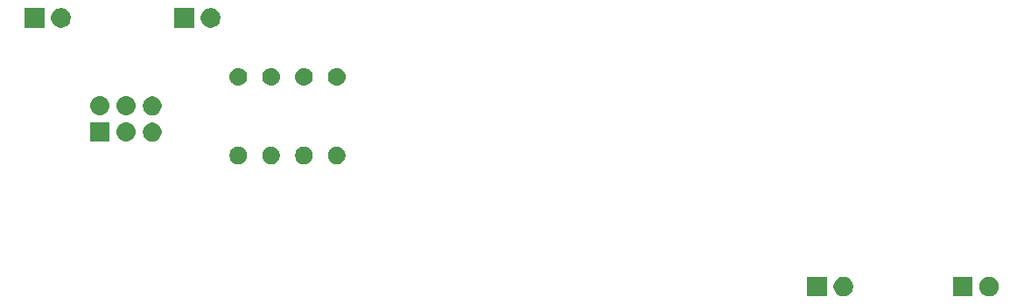
<source format=gbr>
G04 #@! TF.GenerationSoftware,KiCad,Pcbnew,(5.1.2)-1*
G04 #@! TF.CreationDate,2019-06-29T13:34:35-04:00*
G04 #@! TF.ProjectId,linecon27,6c696e65-636f-46e3-9237-2e6b69636164,rev?*
G04 #@! TF.SameCoordinates,Original*
G04 #@! TF.FileFunction,Soldermask,Bot*
G04 #@! TF.FilePolarity,Negative*
%FSLAX46Y46*%
G04 Gerber Fmt 4.6, Leading zero omitted, Abs format (unit mm)*
G04 Created by KiCad (PCBNEW (5.1.2)-1) date 2019-06-29 13:34:35*
%MOMM*%
%LPD*%
G04 APERTURE LIST*
%ADD10C,0.100000*%
G04 APERTURE END LIST*
D10*
G36*
X209954395Y-115036546D02*
G01*
X210127466Y-115108234D01*
X210127467Y-115108235D01*
X210283227Y-115212310D01*
X210415690Y-115344773D01*
X210415691Y-115344775D01*
X210519766Y-115500534D01*
X210591454Y-115673605D01*
X210628000Y-115857333D01*
X210628000Y-116044667D01*
X210591454Y-116228395D01*
X210519766Y-116401466D01*
X210519765Y-116401467D01*
X210415690Y-116557227D01*
X210283227Y-116689690D01*
X210204818Y-116742081D01*
X210127466Y-116793766D01*
X209954395Y-116865454D01*
X209770667Y-116902000D01*
X209583333Y-116902000D01*
X209399605Y-116865454D01*
X209226534Y-116793766D01*
X209149182Y-116742081D01*
X209070773Y-116689690D01*
X208938310Y-116557227D01*
X208834235Y-116401467D01*
X208834234Y-116401466D01*
X208762546Y-116228395D01*
X208726000Y-116044667D01*
X208726000Y-115857333D01*
X208762546Y-115673605D01*
X208834234Y-115500534D01*
X208938309Y-115344775D01*
X208938310Y-115344773D01*
X209070773Y-115212310D01*
X209226533Y-115108235D01*
X209226534Y-115108234D01*
X209399605Y-115036546D01*
X209583333Y-115000000D01*
X209770667Y-115000000D01*
X209954395Y-115036546D01*
X209954395Y-115036546D01*
G37*
G36*
X208088000Y-116902000D02*
G01*
X206186000Y-116902000D01*
X206186000Y-115000000D01*
X208088000Y-115000000D01*
X208088000Y-116902000D01*
X208088000Y-116902000D01*
G37*
G36*
X222185000Y-116902000D02*
G01*
X220283000Y-116902000D01*
X220283000Y-115000000D01*
X222185000Y-115000000D01*
X222185000Y-116902000D01*
X222185000Y-116902000D01*
G37*
G36*
X224051395Y-115036546D02*
G01*
X224224466Y-115108234D01*
X224224467Y-115108235D01*
X224380227Y-115212310D01*
X224512690Y-115344773D01*
X224512691Y-115344775D01*
X224616766Y-115500534D01*
X224688454Y-115673605D01*
X224725000Y-115857333D01*
X224725000Y-116044667D01*
X224688454Y-116228395D01*
X224616766Y-116401466D01*
X224616765Y-116401467D01*
X224512690Y-116557227D01*
X224380227Y-116689690D01*
X224301818Y-116742081D01*
X224224466Y-116793766D01*
X224051395Y-116865454D01*
X223867667Y-116902000D01*
X223680333Y-116902000D01*
X223496605Y-116865454D01*
X223323534Y-116793766D01*
X223246182Y-116742081D01*
X223167773Y-116689690D01*
X223035310Y-116557227D01*
X222931235Y-116401467D01*
X222931234Y-116401466D01*
X222859546Y-116228395D01*
X222823000Y-116044667D01*
X222823000Y-115857333D01*
X222859546Y-115673605D01*
X222931234Y-115500534D01*
X223035309Y-115344775D01*
X223035310Y-115344773D01*
X223167773Y-115212310D01*
X223323533Y-115108235D01*
X223323534Y-115108234D01*
X223496605Y-115036546D01*
X223680333Y-115000000D01*
X223867667Y-115000000D01*
X224051395Y-115036546D01*
X224051395Y-115036546D01*
G37*
G36*
X157728228Y-102432703D02*
G01*
X157883100Y-102496853D01*
X158022481Y-102589985D01*
X158141015Y-102708519D01*
X158234147Y-102847900D01*
X158298297Y-103002772D01*
X158331000Y-103167184D01*
X158331000Y-103334816D01*
X158298297Y-103499228D01*
X158234147Y-103654100D01*
X158141015Y-103793481D01*
X158022481Y-103912015D01*
X157883100Y-104005147D01*
X157728228Y-104069297D01*
X157563816Y-104102000D01*
X157396184Y-104102000D01*
X157231772Y-104069297D01*
X157076900Y-104005147D01*
X156937519Y-103912015D01*
X156818985Y-103793481D01*
X156725853Y-103654100D01*
X156661703Y-103499228D01*
X156629000Y-103334816D01*
X156629000Y-103167184D01*
X156661703Y-103002772D01*
X156725853Y-102847900D01*
X156818985Y-102708519D01*
X156937519Y-102589985D01*
X157076900Y-102496853D01*
X157231772Y-102432703D01*
X157396184Y-102400000D01*
X157563816Y-102400000D01*
X157728228Y-102432703D01*
X157728228Y-102432703D01*
G37*
G36*
X154553228Y-102432703D02*
G01*
X154708100Y-102496853D01*
X154847481Y-102589985D01*
X154966015Y-102708519D01*
X155059147Y-102847900D01*
X155123297Y-103002772D01*
X155156000Y-103167184D01*
X155156000Y-103334816D01*
X155123297Y-103499228D01*
X155059147Y-103654100D01*
X154966015Y-103793481D01*
X154847481Y-103912015D01*
X154708100Y-104005147D01*
X154553228Y-104069297D01*
X154388816Y-104102000D01*
X154221184Y-104102000D01*
X154056772Y-104069297D01*
X153901900Y-104005147D01*
X153762519Y-103912015D01*
X153643985Y-103793481D01*
X153550853Y-103654100D01*
X153486703Y-103499228D01*
X153454000Y-103334816D01*
X153454000Y-103167184D01*
X153486703Y-103002772D01*
X153550853Y-102847900D01*
X153643985Y-102708519D01*
X153762519Y-102589985D01*
X153901900Y-102496853D01*
X154056772Y-102432703D01*
X154221184Y-102400000D01*
X154388816Y-102400000D01*
X154553228Y-102432703D01*
X154553228Y-102432703D01*
G37*
G36*
X151378228Y-102432703D02*
G01*
X151533100Y-102496853D01*
X151672481Y-102589985D01*
X151791015Y-102708519D01*
X151884147Y-102847900D01*
X151948297Y-103002772D01*
X151981000Y-103167184D01*
X151981000Y-103334816D01*
X151948297Y-103499228D01*
X151884147Y-103654100D01*
X151791015Y-103793481D01*
X151672481Y-103912015D01*
X151533100Y-104005147D01*
X151378228Y-104069297D01*
X151213816Y-104102000D01*
X151046184Y-104102000D01*
X150881772Y-104069297D01*
X150726900Y-104005147D01*
X150587519Y-103912015D01*
X150468985Y-103793481D01*
X150375853Y-103654100D01*
X150311703Y-103499228D01*
X150279000Y-103334816D01*
X150279000Y-103167184D01*
X150311703Y-103002772D01*
X150375853Y-102847900D01*
X150468985Y-102708519D01*
X150587519Y-102589985D01*
X150726900Y-102496853D01*
X150881772Y-102432703D01*
X151046184Y-102400000D01*
X151213816Y-102400000D01*
X151378228Y-102432703D01*
X151378228Y-102432703D01*
G37*
G36*
X160903228Y-102432703D02*
G01*
X161058100Y-102496853D01*
X161197481Y-102589985D01*
X161316015Y-102708519D01*
X161409147Y-102847900D01*
X161473297Y-103002772D01*
X161506000Y-103167184D01*
X161506000Y-103334816D01*
X161473297Y-103499228D01*
X161409147Y-103654100D01*
X161316015Y-103793481D01*
X161197481Y-103912015D01*
X161058100Y-104005147D01*
X160903228Y-104069297D01*
X160738816Y-104102000D01*
X160571184Y-104102000D01*
X160406772Y-104069297D01*
X160251900Y-104005147D01*
X160112519Y-103912015D01*
X159993985Y-103793481D01*
X159900853Y-103654100D01*
X159836703Y-103499228D01*
X159804000Y-103334816D01*
X159804000Y-103167184D01*
X159836703Y-103002772D01*
X159900853Y-102847900D01*
X159993985Y-102708519D01*
X160112519Y-102589985D01*
X160251900Y-102496853D01*
X160406772Y-102432703D01*
X160571184Y-102400000D01*
X160738816Y-102400000D01*
X160903228Y-102432703D01*
X160903228Y-102432703D01*
G37*
G36*
X138642600Y-101899600D02*
G01*
X136813400Y-101899600D01*
X136813400Y-100070400D01*
X138642600Y-100070400D01*
X138642600Y-101899600D01*
X138642600Y-101899600D01*
G37*
G36*
X143074778Y-100105547D02*
G01*
X143241224Y-100174491D01*
X143391022Y-100274583D01*
X143518417Y-100401978D01*
X143618509Y-100551776D01*
X143687453Y-100718222D01*
X143722600Y-100894918D01*
X143722600Y-101075082D01*
X143687453Y-101251778D01*
X143618509Y-101418224D01*
X143518417Y-101568022D01*
X143391022Y-101695417D01*
X143241224Y-101795509D01*
X143074778Y-101864453D01*
X142898082Y-101899600D01*
X142717918Y-101899600D01*
X142541222Y-101864453D01*
X142374776Y-101795509D01*
X142224978Y-101695417D01*
X142097583Y-101568022D01*
X141997491Y-101418224D01*
X141928547Y-101251778D01*
X141893400Y-101075082D01*
X141893400Y-100894918D01*
X141928547Y-100718222D01*
X141997491Y-100551776D01*
X142097583Y-100401978D01*
X142224978Y-100274583D01*
X142374776Y-100174491D01*
X142541222Y-100105547D01*
X142717918Y-100070400D01*
X142898082Y-100070400D01*
X143074778Y-100105547D01*
X143074778Y-100105547D01*
G37*
G36*
X140447294Y-100083633D02*
G01*
X140619695Y-100135931D01*
X140778583Y-100220858D01*
X140917849Y-100335151D01*
X141032142Y-100474417D01*
X141117069Y-100633305D01*
X141169367Y-100805706D01*
X141187025Y-100985000D01*
X141169367Y-101164294D01*
X141117069Y-101336695D01*
X141032142Y-101495583D01*
X140917849Y-101634849D01*
X140778583Y-101749142D01*
X140619695Y-101834069D01*
X140447294Y-101886367D01*
X140312931Y-101899600D01*
X140223069Y-101899600D01*
X140088706Y-101886367D01*
X139916305Y-101834069D01*
X139757417Y-101749142D01*
X139618151Y-101634849D01*
X139503858Y-101495583D01*
X139418931Y-101336695D01*
X139366633Y-101164294D01*
X139348975Y-100985000D01*
X139366633Y-100805706D01*
X139418931Y-100633305D01*
X139503858Y-100474417D01*
X139618151Y-100335151D01*
X139757417Y-100220858D01*
X139916305Y-100135931D01*
X140088706Y-100083633D01*
X140223069Y-100070400D01*
X140312931Y-100070400D01*
X140447294Y-100083633D01*
X140447294Y-100083633D01*
G37*
G36*
X143074778Y-97565547D02*
G01*
X143241224Y-97634491D01*
X143391022Y-97734583D01*
X143518417Y-97861978D01*
X143618509Y-98011776D01*
X143687453Y-98178222D01*
X143722600Y-98354918D01*
X143722600Y-98535082D01*
X143687453Y-98711778D01*
X143618509Y-98878224D01*
X143518417Y-99028022D01*
X143391022Y-99155417D01*
X143241224Y-99255509D01*
X143074778Y-99324453D01*
X142898082Y-99359600D01*
X142717918Y-99359600D01*
X142541222Y-99324453D01*
X142374776Y-99255509D01*
X142224978Y-99155417D01*
X142097583Y-99028022D01*
X141997491Y-98878224D01*
X141928547Y-98711778D01*
X141893400Y-98535082D01*
X141893400Y-98354918D01*
X141928547Y-98178222D01*
X141997491Y-98011776D01*
X142097583Y-97861978D01*
X142224978Y-97734583D01*
X142374776Y-97634491D01*
X142541222Y-97565547D01*
X142717918Y-97530400D01*
X142898082Y-97530400D01*
X143074778Y-97565547D01*
X143074778Y-97565547D01*
G37*
G36*
X140447294Y-97543633D02*
G01*
X140619695Y-97595931D01*
X140778583Y-97680858D01*
X140917849Y-97795151D01*
X141032142Y-97934417D01*
X141117069Y-98093305D01*
X141169367Y-98265706D01*
X141187025Y-98445000D01*
X141169367Y-98624294D01*
X141117069Y-98796695D01*
X141032142Y-98955583D01*
X140917849Y-99094849D01*
X140778583Y-99209142D01*
X140619695Y-99294069D01*
X140447294Y-99346367D01*
X140312931Y-99359600D01*
X140223069Y-99359600D01*
X140088706Y-99346367D01*
X139916305Y-99294069D01*
X139757417Y-99209142D01*
X139618151Y-99094849D01*
X139503858Y-98955583D01*
X139418931Y-98796695D01*
X139366633Y-98624294D01*
X139348975Y-98445000D01*
X139366633Y-98265706D01*
X139418931Y-98093305D01*
X139503858Y-97934417D01*
X139618151Y-97795151D01*
X139757417Y-97680858D01*
X139916305Y-97595931D01*
X140088706Y-97543633D01*
X140223069Y-97530400D01*
X140312931Y-97530400D01*
X140447294Y-97543633D01*
X140447294Y-97543633D01*
G37*
G36*
X137907294Y-97543633D02*
G01*
X138079695Y-97595931D01*
X138238583Y-97680858D01*
X138377849Y-97795151D01*
X138492142Y-97934417D01*
X138577069Y-98093305D01*
X138629367Y-98265706D01*
X138647025Y-98445000D01*
X138629367Y-98624294D01*
X138577069Y-98796695D01*
X138492142Y-98955583D01*
X138377849Y-99094849D01*
X138238583Y-99209142D01*
X138079695Y-99294069D01*
X137907294Y-99346367D01*
X137772931Y-99359600D01*
X137683069Y-99359600D01*
X137548706Y-99346367D01*
X137376305Y-99294069D01*
X137217417Y-99209142D01*
X137078151Y-99094849D01*
X136963858Y-98955583D01*
X136878931Y-98796695D01*
X136826633Y-98624294D01*
X136808975Y-98445000D01*
X136826633Y-98265706D01*
X136878931Y-98093305D01*
X136963858Y-97934417D01*
X137078151Y-97795151D01*
X137217417Y-97680858D01*
X137376305Y-97595931D01*
X137548706Y-97543633D01*
X137683069Y-97530400D01*
X137772931Y-97530400D01*
X137907294Y-97543633D01*
X137907294Y-97543633D01*
G37*
G36*
X157646823Y-94792313D02*
G01*
X157807242Y-94840976D01*
X157939906Y-94911886D01*
X157955078Y-94919996D01*
X158084659Y-95026341D01*
X158191004Y-95155922D01*
X158191005Y-95155924D01*
X158270024Y-95303758D01*
X158318687Y-95464177D01*
X158335117Y-95631000D01*
X158318687Y-95797823D01*
X158270024Y-95958242D01*
X158199114Y-96090906D01*
X158191004Y-96106078D01*
X158084659Y-96235659D01*
X157955078Y-96342004D01*
X157955076Y-96342005D01*
X157807242Y-96421024D01*
X157646823Y-96469687D01*
X157521804Y-96482000D01*
X157438196Y-96482000D01*
X157313177Y-96469687D01*
X157152758Y-96421024D01*
X157004924Y-96342005D01*
X157004922Y-96342004D01*
X156875341Y-96235659D01*
X156768996Y-96106078D01*
X156760886Y-96090906D01*
X156689976Y-95958242D01*
X156641313Y-95797823D01*
X156624883Y-95631000D01*
X156641313Y-95464177D01*
X156689976Y-95303758D01*
X156768995Y-95155924D01*
X156768996Y-95155922D01*
X156875341Y-95026341D01*
X157004922Y-94919996D01*
X157020094Y-94911886D01*
X157152758Y-94840976D01*
X157313177Y-94792313D01*
X157438196Y-94780000D01*
X157521804Y-94780000D01*
X157646823Y-94792313D01*
X157646823Y-94792313D01*
G37*
G36*
X154471823Y-94792313D02*
G01*
X154632242Y-94840976D01*
X154764906Y-94911886D01*
X154780078Y-94919996D01*
X154909659Y-95026341D01*
X155016004Y-95155922D01*
X155016005Y-95155924D01*
X155095024Y-95303758D01*
X155143687Y-95464177D01*
X155160117Y-95631000D01*
X155143687Y-95797823D01*
X155095024Y-95958242D01*
X155024114Y-96090906D01*
X155016004Y-96106078D01*
X154909659Y-96235659D01*
X154780078Y-96342004D01*
X154780076Y-96342005D01*
X154632242Y-96421024D01*
X154471823Y-96469687D01*
X154346804Y-96482000D01*
X154263196Y-96482000D01*
X154138177Y-96469687D01*
X153977758Y-96421024D01*
X153829924Y-96342005D01*
X153829922Y-96342004D01*
X153700341Y-96235659D01*
X153593996Y-96106078D01*
X153585886Y-96090906D01*
X153514976Y-95958242D01*
X153466313Y-95797823D01*
X153449883Y-95631000D01*
X153466313Y-95464177D01*
X153514976Y-95303758D01*
X153593995Y-95155924D01*
X153593996Y-95155922D01*
X153700341Y-95026341D01*
X153829922Y-94919996D01*
X153845094Y-94911886D01*
X153977758Y-94840976D01*
X154138177Y-94792313D01*
X154263196Y-94780000D01*
X154346804Y-94780000D01*
X154471823Y-94792313D01*
X154471823Y-94792313D01*
G37*
G36*
X160821823Y-94792313D02*
G01*
X160982242Y-94840976D01*
X161114906Y-94911886D01*
X161130078Y-94919996D01*
X161259659Y-95026341D01*
X161366004Y-95155922D01*
X161366005Y-95155924D01*
X161445024Y-95303758D01*
X161493687Y-95464177D01*
X161510117Y-95631000D01*
X161493687Y-95797823D01*
X161445024Y-95958242D01*
X161374114Y-96090906D01*
X161366004Y-96106078D01*
X161259659Y-96235659D01*
X161130078Y-96342004D01*
X161130076Y-96342005D01*
X160982242Y-96421024D01*
X160821823Y-96469687D01*
X160696804Y-96482000D01*
X160613196Y-96482000D01*
X160488177Y-96469687D01*
X160327758Y-96421024D01*
X160179924Y-96342005D01*
X160179922Y-96342004D01*
X160050341Y-96235659D01*
X159943996Y-96106078D01*
X159935886Y-96090906D01*
X159864976Y-95958242D01*
X159816313Y-95797823D01*
X159799883Y-95631000D01*
X159816313Y-95464177D01*
X159864976Y-95303758D01*
X159943995Y-95155924D01*
X159943996Y-95155922D01*
X160050341Y-95026341D01*
X160179922Y-94919996D01*
X160195094Y-94911886D01*
X160327758Y-94840976D01*
X160488177Y-94792313D01*
X160613196Y-94780000D01*
X160696804Y-94780000D01*
X160821823Y-94792313D01*
X160821823Y-94792313D01*
G37*
G36*
X151296823Y-94792313D02*
G01*
X151457242Y-94840976D01*
X151589906Y-94911886D01*
X151605078Y-94919996D01*
X151734659Y-95026341D01*
X151841004Y-95155922D01*
X151841005Y-95155924D01*
X151920024Y-95303758D01*
X151968687Y-95464177D01*
X151985117Y-95631000D01*
X151968687Y-95797823D01*
X151920024Y-95958242D01*
X151849114Y-96090906D01*
X151841004Y-96106078D01*
X151734659Y-96235659D01*
X151605078Y-96342004D01*
X151605076Y-96342005D01*
X151457242Y-96421024D01*
X151296823Y-96469687D01*
X151171804Y-96482000D01*
X151088196Y-96482000D01*
X150963177Y-96469687D01*
X150802758Y-96421024D01*
X150654924Y-96342005D01*
X150654922Y-96342004D01*
X150525341Y-96235659D01*
X150418996Y-96106078D01*
X150410886Y-96090906D01*
X150339976Y-95958242D01*
X150291313Y-95797823D01*
X150274883Y-95631000D01*
X150291313Y-95464177D01*
X150339976Y-95303758D01*
X150418995Y-95155924D01*
X150418996Y-95155922D01*
X150525341Y-95026341D01*
X150654922Y-94919996D01*
X150670094Y-94911886D01*
X150802758Y-94840976D01*
X150963177Y-94792313D01*
X151088196Y-94780000D01*
X151171804Y-94780000D01*
X151296823Y-94792313D01*
X151296823Y-94792313D01*
G37*
G36*
X132396000Y-90867000D02*
G01*
X130494000Y-90867000D01*
X130494000Y-88965000D01*
X132396000Y-88965000D01*
X132396000Y-90867000D01*
X132396000Y-90867000D01*
G37*
G36*
X134262395Y-89001546D02*
G01*
X134435466Y-89073234D01*
X134435467Y-89073235D01*
X134591227Y-89177310D01*
X134723690Y-89309773D01*
X134723691Y-89309775D01*
X134827766Y-89465534D01*
X134899454Y-89638605D01*
X134936000Y-89822333D01*
X134936000Y-90009667D01*
X134899454Y-90193395D01*
X134827766Y-90366466D01*
X134827765Y-90366467D01*
X134723690Y-90522227D01*
X134591227Y-90654690D01*
X134512818Y-90707081D01*
X134435466Y-90758766D01*
X134262395Y-90830454D01*
X134078667Y-90867000D01*
X133891333Y-90867000D01*
X133707605Y-90830454D01*
X133534534Y-90758766D01*
X133457182Y-90707081D01*
X133378773Y-90654690D01*
X133246310Y-90522227D01*
X133142235Y-90366467D01*
X133142234Y-90366466D01*
X133070546Y-90193395D01*
X133034000Y-90009667D01*
X133034000Y-89822333D01*
X133070546Y-89638605D01*
X133142234Y-89465534D01*
X133246309Y-89309775D01*
X133246310Y-89309773D01*
X133378773Y-89177310D01*
X133534533Y-89073235D01*
X133534534Y-89073234D01*
X133707605Y-89001546D01*
X133891333Y-88965000D01*
X134078667Y-88965000D01*
X134262395Y-89001546D01*
X134262395Y-89001546D01*
G37*
G36*
X146874000Y-90867000D02*
G01*
X144972000Y-90867000D01*
X144972000Y-88965000D01*
X146874000Y-88965000D01*
X146874000Y-90867000D01*
X146874000Y-90867000D01*
G37*
G36*
X148740395Y-89001546D02*
G01*
X148913466Y-89073234D01*
X148913467Y-89073235D01*
X149069227Y-89177310D01*
X149201690Y-89309773D01*
X149201691Y-89309775D01*
X149305766Y-89465534D01*
X149377454Y-89638605D01*
X149414000Y-89822333D01*
X149414000Y-90009667D01*
X149377454Y-90193395D01*
X149305766Y-90366466D01*
X149305765Y-90366467D01*
X149201690Y-90522227D01*
X149069227Y-90654690D01*
X148990818Y-90707081D01*
X148913466Y-90758766D01*
X148740395Y-90830454D01*
X148556667Y-90867000D01*
X148369333Y-90867000D01*
X148185605Y-90830454D01*
X148012534Y-90758766D01*
X147935182Y-90707081D01*
X147856773Y-90654690D01*
X147724310Y-90522227D01*
X147620235Y-90366467D01*
X147620234Y-90366466D01*
X147548546Y-90193395D01*
X147512000Y-90009667D01*
X147512000Y-89822333D01*
X147548546Y-89638605D01*
X147620234Y-89465534D01*
X147724309Y-89309775D01*
X147724310Y-89309773D01*
X147856773Y-89177310D01*
X148012533Y-89073235D01*
X148012534Y-89073234D01*
X148185605Y-89001546D01*
X148369333Y-88965000D01*
X148556667Y-88965000D01*
X148740395Y-89001546D01*
X148740395Y-89001546D01*
G37*
M02*

</source>
